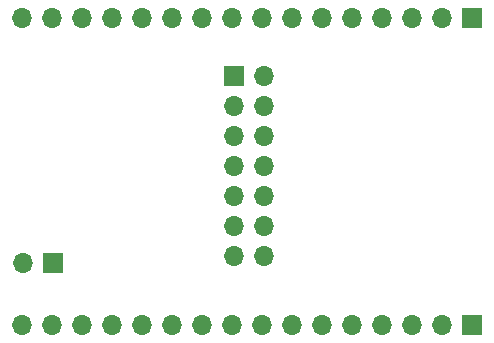
<source format=gbr>
%TF.GenerationSoftware,KiCad,Pcbnew,(5.1.9)-1*%
%TF.CreationDate,2021-03-23T14:30:04+01:00*%
%TF.ProjectId,Display Board,44697370-6c61-4792-9042-6f6172642e6b,rev?*%
%TF.SameCoordinates,Original*%
%TF.FileFunction,Soldermask,Top*%
%TF.FilePolarity,Negative*%
%FSLAX46Y46*%
G04 Gerber Fmt 4.6, Leading zero omitted, Abs format (unit mm)*
G04 Created by KiCad (PCBNEW (5.1.9)-1) date 2021-03-23 14:30:04*
%MOMM*%
%LPD*%
G01*
G04 APERTURE LIST*
%ADD10R,1.700000X1.700000*%
%ADD11O,1.700000X1.700000*%
G04 APERTURE END LIST*
D10*
%TO.C,J1*%
X195000000Y-69000000D03*
D11*
X197540000Y-69000000D03*
X195000000Y-71540000D03*
X197540000Y-71540000D03*
X195000000Y-74080000D03*
X197540000Y-74080000D03*
X195000000Y-76620000D03*
X197540000Y-76620000D03*
X195000000Y-79160000D03*
X197540000Y-79160000D03*
X195000000Y-81700000D03*
X197540000Y-81700000D03*
X195000000Y-84240000D03*
X197540000Y-84240000D03*
%TD*%
D10*
%TO.C,J2*%
X215230000Y-90040000D03*
D11*
X212690000Y-90040000D03*
X210150000Y-90040000D03*
X207610000Y-90040000D03*
X205070000Y-90040000D03*
X202530000Y-90040000D03*
X199990000Y-90040000D03*
X197450000Y-90040000D03*
X194910000Y-90040000D03*
X192370000Y-90040000D03*
X189830000Y-90040000D03*
X187290000Y-90040000D03*
X184750000Y-90040000D03*
X182210000Y-90040000D03*
X179670000Y-90040000D03*
X177130000Y-90040000D03*
%TD*%
D10*
%TO.C,J3*%
X179675000Y-84850000D03*
D11*
X177135000Y-84850000D03*
%TD*%
%TO.C,J4*%
X177075000Y-64075000D03*
X179615000Y-64075000D03*
X182155000Y-64075000D03*
X184695000Y-64075000D03*
X187235000Y-64075000D03*
X189775000Y-64075000D03*
X192315000Y-64075000D03*
X194855000Y-64075000D03*
X197395000Y-64075000D03*
X199935000Y-64075000D03*
X202475000Y-64075000D03*
X205015000Y-64075000D03*
X207555000Y-64075000D03*
X210095000Y-64075000D03*
X212635000Y-64075000D03*
D10*
X215175000Y-64075000D03*
%TD*%
M02*

</source>
